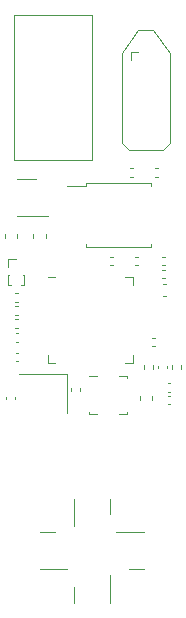
<source format=gbr>
%TF.GenerationSoftware,KiCad,Pcbnew,(6.0.0)*%
%TF.CreationDate,2022-05-16T20:33:28+02:00*%
%TF.ProjectId,rp2040_magslide_controller,72703230-3430-45f6-9d61-67736c696465,rev?*%
%TF.SameCoordinates,Original*%
%TF.FileFunction,Legend,Top*%
%TF.FilePolarity,Positive*%
%FSLAX46Y46*%
G04 Gerber Fmt 4.6, Leading zero omitted, Abs format (unit mm)*
G04 Created by KiCad (PCBNEW (6.0.0)) date 2022-05-16 20:33:28*
%MOMM*%
%LPD*%
G01*
G04 APERTURE LIST*
%ADD10C,0.120000*%
G04 APERTURE END LIST*
D10*
%TO.C,C18*%
X172407836Y-101960000D02*
X172192164Y-101960000D01*
X172407836Y-101240000D02*
X172192164Y-101240000D01*
%TO.C,U4*%
X179065000Y-103210000D02*
X178390000Y-103210000D01*
X181610000Y-106430000D02*
X181610000Y-106255000D01*
X180935000Y-106430000D02*
X181610000Y-106430000D01*
X178390000Y-106430000D02*
X178390000Y-106255000D01*
X179065000Y-106430000D02*
X178390000Y-106430000D01*
X181610000Y-103210000D02*
X181610000Y-103385000D01*
X180935000Y-103210000D02*
X181610000Y-103210000D01*
%TO.C,Y1*%
X176500000Y-103070000D02*
X172500000Y-103070000D01*
X176500000Y-106370000D02*
X176500000Y-103070000D01*
%TO.C,U3*%
X181460000Y-94860000D02*
X182110000Y-94860000D01*
X182110000Y-94860000D02*
X182110000Y-95510000D01*
X175540000Y-102080000D02*
X174890000Y-102080000D01*
X174890000Y-102080000D02*
X174890000Y-101430000D01*
X181460000Y-102080000D02*
X182110000Y-102080000D01*
X182110000Y-102080000D02*
X182110000Y-101430000D01*
X175540000Y-94860000D02*
X174890000Y-94860000D01*
%TO.C,U2*%
X173100000Y-89630000D02*
X174900000Y-89630000D01*
X173100000Y-89630000D02*
X172300000Y-89630000D01*
X173100000Y-86510000D02*
X173900000Y-86510000D01*
X173100000Y-86510000D02*
X172300000Y-86510000D01*
%TO.C,U1*%
X180900000Y-92295000D02*
X183650000Y-92295000D01*
X183650000Y-92295000D02*
X183650000Y-92035000D01*
X180900000Y-92295000D02*
X178150000Y-92295000D01*
X178150000Y-92295000D02*
X178150000Y-92035000D01*
X180900000Y-86845000D02*
X183650000Y-86845000D01*
X183650000Y-86845000D02*
X183650000Y-87105000D01*
X180900000Y-86845000D02*
X178150000Y-86845000D01*
X178150000Y-86845000D02*
X178150000Y-87105000D01*
X178150000Y-87105000D02*
X176500000Y-87105000D01*
%TO.C,R7*%
X183780000Y-102623641D02*
X183780000Y-102316359D01*
X183020000Y-102623641D02*
X183020000Y-102316359D01*
%TO.C,R6*%
X186180000Y-102623641D02*
X186180000Y-102316359D01*
X185420000Y-102623641D02*
X185420000Y-102316359D01*
%TO.C,R5*%
X172096359Y-99150000D02*
X172403641Y-99150000D01*
X172096359Y-98390000D02*
X172403641Y-98390000D01*
%TO.C,R4*%
X181846359Y-86350000D02*
X182153641Y-86350000D01*
X181846359Y-85590000D02*
X182153641Y-85590000D01*
%TO.C,R2*%
X172096359Y-98050000D02*
X172403641Y-98050000D01*
X172096359Y-97290000D02*
X172403641Y-97290000D01*
%TO.C,J3*%
X181150000Y-83450000D02*
X181750000Y-84050000D01*
X185250000Y-83450000D02*
X184650000Y-84050000D01*
X183850000Y-73890000D02*
X185250000Y-75870000D01*
X181150000Y-75870000D02*
X182550000Y-73890000D01*
X182550000Y-73890000D02*
X183850000Y-73890000D01*
X181150000Y-83450000D02*
X181150000Y-75870000D01*
X184650000Y-84050000D02*
X181750000Y-84050000D01*
X185250000Y-75870000D02*
X185250000Y-83450000D01*
X181930000Y-76430000D02*
X181930000Y-75795000D01*
X181930000Y-75795000D02*
X182565000Y-75795000D01*
%TO.C,J2*%
X178650000Y-72670000D02*
X178650000Y-84970000D01*
X178650000Y-84970000D02*
X172050000Y-84970000D01*
X172050000Y-84970000D02*
X172050000Y-72670000D01*
X172050000Y-72670000D02*
X178650000Y-72670000D01*
%TO.C,J1*%
X171505000Y-95530000D02*
X171805507Y-95530000D01*
X172594493Y-95530000D02*
X172895000Y-95530000D01*
X171505000Y-94655000D02*
X171505000Y-95530000D01*
X172895000Y-94655000D02*
X172895000Y-95530000D01*
X171505000Y-94655000D02*
X171591724Y-94655000D01*
X172808276Y-94655000D02*
X172895000Y-94655000D01*
X171505000Y-93970000D02*
X171505000Y-93285000D01*
X171505000Y-93285000D02*
X172200000Y-93285000D01*
%TO.C,C20*%
X184960000Y-102577836D02*
X184960000Y-102362164D01*
X184240000Y-102577836D02*
X184240000Y-102362164D01*
%TO.C,C19*%
X183760000Y-105210580D02*
X183760000Y-104929420D01*
X182740000Y-105210580D02*
X182740000Y-104929420D01*
%TO.C,C17*%
X180407836Y-93110000D02*
X180192164Y-93110000D01*
X180407836Y-93830000D02*
X180192164Y-93830000D01*
%TO.C,C16*%
X182292164Y-93830000D02*
X182507836Y-93830000D01*
X182292164Y-93110000D02*
X182507836Y-93110000D01*
%TO.C,C15*%
X172387836Y-99610000D02*
X172172164Y-99610000D01*
X172387836Y-100330000D02*
X172172164Y-100330000D01*
%TO.C,C14*%
X172357836Y-96210000D02*
X172142164Y-96210000D01*
X172357836Y-96930000D02*
X172142164Y-96930000D01*
%TO.C,C13*%
X184592164Y-94930000D02*
X184807836Y-94930000D01*
X184592164Y-94210000D02*
X184807836Y-94210000D01*
%TO.C,C12*%
X183742164Y-100680000D02*
X183957836Y-100680000D01*
X183742164Y-99960000D02*
X183957836Y-99960000D01*
%TO.C,C11*%
X184592164Y-93830000D02*
X184807836Y-93830000D01*
X184592164Y-93110000D02*
X184807836Y-93110000D01*
%TO.C,C10*%
X185072164Y-104530000D02*
X185287836Y-104530000D01*
X185072164Y-103810000D02*
X185287836Y-103810000D01*
%TO.C,C9*%
X184659420Y-96480000D02*
X184940580Y-96480000D01*
X184659420Y-95460000D02*
X184940580Y-95460000D01*
%TO.C,C8*%
X185072164Y-105630000D02*
X185287836Y-105630000D01*
X185072164Y-104910000D02*
X185287836Y-104910000D01*
%TO.C,C7*%
X171290000Y-91229420D02*
X171290000Y-91510580D01*
X172310000Y-91229420D02*
X172310000Y-91510580D01*
%TO.C,C5*%
X177610000Y-104477836D02*
X177610000Y-104262164D01*
X176890000Y-104477836D02*
X176890000Y-104262164D01*
%TO.C,C4*%
X171390000Y-104962164D02*
X171390000Y-105177836D01*
X172110000Y-104962164D02*
X172110000Y-105177836D01*
%TO.C,C2*%
X173690000Y-91229420D02*
X173690000Y-91510580D01*
X174710000Y-91229420D02*
X174710000Y-91510580D01*
%TO.C,C1*%
X183992164Y-86330000D02*
X184207836Y-86330000D01*
X183992164Y-85610000D02*
X184207836Y-85610000D01*
%TO.C,S4*%
X177080000Y-121750000D02*
X177080000Y-121100000D01*
X180200000Y-121750000D02*
X180200000Y-120075000D01*
X180200000Y-121750000D02*
X180200000Y-122400000D01*
X177080000Y-121750000D02*
X177080000Y-122400000D01*
%TO.C,S2*%
X177080000Y-114250000D02*
X177080000Y-113600000D01*
X180200000Y-114250000D02*
X180200000Y-114900000D01*
X177080000Y-114250000D02*
X177080000Y-115925000D01*
X180200000Y-114250000D02*
X180200000Y-113600000D01*
%TO.C,S1*%
X182390000Y-119560000D02*
X181740000Y-119560000D01*
X182390000Y-119560000D02*
X183040000Y-119560000D01*
X182390000Y-116440000D02*
X183040000Y-116440000D01*
X182390000Y-116440000D02*
X180715000Y-116440000D01*
%TO.C,S3*%
X174890000Y-116440000D02*
X174240000Y-116440000D01*
X174890000Y-116440000D02*
X175540000Y-116440000D01*
X174890000Y-119560000D02*
X174240000Y-119560000D01*
X174890000Y-119560000D02*
X176565000Y-119560000D01*
%TD*%
M02*

</source>
